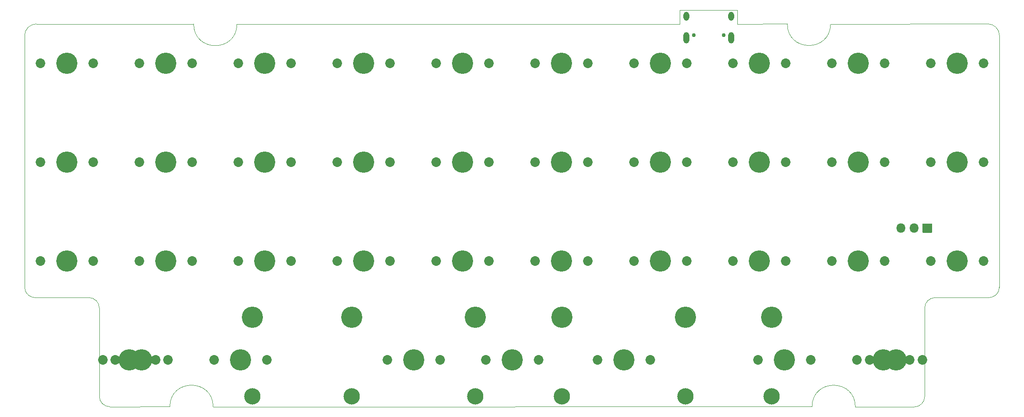
<source format=gbr>
G04 #@! TF.GenerationSoftware,KiCad,Pcbnew,(5.99.0-2555-g9cc6a77cc-dirty)*
G04 #@! TF.CreationDate,2020-09-08T07:39:34-05:00*
G04 #@! TF.ProjectId,_33,5f33332e-6b69-4636-9164-5f7063625858,rev?*
G04 #@! TF.SameCoordinates,Original*
G04 #@! TF.FileFunction,Soldermask,Top*
G04 #@! TF.FilePolarity,Negative*
%FSLAX46Y46*%
G04 Gerber Fmt 4.6, Leading zero omitted, Abs format (unit mm)*
G04 Created by KiCad (PCBNEW (5.99.0-2555-g9cc6a77cc-dirty)) date 2020-09-08 07:39:34*
%MOMM*%
%LPD*%
G01*
G04 APERTURE LIST*
G04 #@! TA.AperFunction,Profile*
%ADD10C,0.050000*%
G04 #@! TD*
G04 #@! TA.AperFunction,Profile*
%ADD11C,0.100000*%
G04 #@! TD*
%ADD12C,1.852000*%
%ADD13C,4.089800*%
%ADD14C,3.150000*%
%ADD15C,0.752000*%
%ADD16O,1.102000X2.202000*%
%ADD17O,1.102000X1.702000*%
%ADD18O,1.802000X1.802000*%
G04 APERTURE END LIST*
D10*
X241750000Y-48140000D02*
G75*
G02*
X244000199Y-50390199I0J-2250199D01*
G01*
X182420000Y-48160000D02*
X97178803Y-48212991D01*
X227600000Y-121950000D02*
X216250000Y-121940000D01*
X84250000Y-121887009D02*
X72680000Y-121910000D01*
X207910222Y-121897009D02*
G75*
G02*
X216250000Y-121940000I4169778J-42991D01*
G01*
X72680000Y-121910000D02*
G75*
G02*
X70670000Y-119900000I0J2010000D01*
G01*
X231620000Y-100890000D02*
X241980000Y-100890000D01*
X241980000Y-100890000D02*
G75*
G03*
X243990000Y-98880000I0J2010000D01*
G01*
X229610000Y-119940000D02*
X229610000Y-102900000D01*
X231620000Y-100890000D02*
G75*
G03*
X229610000Y-102900000I0J-2010000D01*
G01*
X227600000Y-121950000D02*
G75*
G03*
X229610000Y-119940000I0J2010000D01*
G01*
X56289801Y-50410000D02*
G75*
G02*
X58540000Y-48159801I2250199J0D01*
G01*
D11*
X56290000Y-98880000D02*
X56289801Y-50410000D01*
D10*
X68660000Y-100890000D02*
G75*
G02*
X70670000Y-102900000I0J-2010000D01*
G01*
X211489778Y-48182991D02*
G75*
G02*
X203150000Y-48140000I-4169778J42991D01*
G01*
X58540000Y-48159801D02*
X88839025Y-48170000D01*
X84250000Y-121887009D02*
G75*
G02*
X92589778Y-121930000I4169778J-42991D01*
G01*
D11*
X244000199Y-50390199D02*
X243990000Y-98880000D01*
D10*
X58300000Y-100890000D02*
G75*
G02*
X56290000Y-98880000I0J2010000D01*
G01*
X182420000Y-48160000D02*
X182420000Y-45500000D01*
X241750000Y-48140000D02*
X211489778Y-48182991D01*
D11*
X207910222Y-121897009D02*
X92589778Y-121930000D01*
D10*
X68660000Y-100890000D02*
X58300000Y-100890000D01*
X182420000Y-45500000D02*
X193510000Y-45500000D01*
X97178803Y-48212991D02*
G75*
G02*
X88839025Y-48170000I-4169778J42991D01*
G01*
X70670000Y-119900000D02*
X70670000Y-102900000D01*
X193510000Y-45500000D02*
X193510000Y-48160000D01*
X193510000Y-48160000D02*
X203150000Y-48140000D01*
X241750000Y-48140000D02*
G75*
G02*
X244000199Y-50390199I0J-2250199D01*
G01*
X182420000Y-48160000D02*
X97178803Y-48212991D01*
X227600000Y-121950000D02*
X216250000Y-121940000D01*
X84250000Y-121887009D02*
X72680000Y-121910000D01*
X207910222Y-121897009D02*
G75*
G02*
X216250000Y-121940000I4169778J-42991D01*
G01*
X72680000Y-121910000D02*
G75*
G02*
X70670000Y-119900000I0J2010000D01*
G01*
X231620000Y-100890000D02*
X241980000Y-100890000D01*
X241980000Y-100890000D02*
G75*
G03*
X243990000Y-98880000I0J2010000D01*
G01*
X229610000Y-119940000D02*
X229610000Y-102900000D01*
X231620000Y-100890000D02*
G75*
G03*
X229610000Y-102900000I0J-2010000D01*
G01*
X227600000Y-121950000D02*
G75*
G03*
X229610000Y-119940000I0J2010000D01*
G01*
X56289801Y-50410000D02*
G75*
G02*
X58540000Y-48159801I2250199J0D01*
G01*
D11*
X56290000Y-98880000D02*
X56289801Y-50410000D01*
D10*
X68660000Y-100890000D02*
G75*
G02*
X70670000Y-102900000I0J-2010000D01*
G01*
X211489778Y-48182991D02*
G75*
G02*
X203150000Y-48140000I-4169778J42991D01*
G01*
X58540000Y-48159801D02*
X88839025Y-48170000D01*
X84250000Y-121887009D02*
G75*
G02*
X92589778Y-121930000I4169778J-42991D01*
G01*
D11*
X244000199Y-50390199D02*
X243990000Y-98880000D01*
D10*
X58300000Y-100890000D02*
G75*
G02*
X56290000Y-98880000I0J2010000D01*
G01*
X182420000Y-48160000D02*
X182420000Y-45500000D01*
X241750000Y-48140000D02*
X211489778Y-48182991D01*
D11*
X207910222Y-121897009D02*
X92589778Y-121930000D01*
D10*
X68660000Y-100890000D02*
X58300000Y-100890000D01*
X182420000Y-45500000D02*
X193510000Y-45500000D01*
X97178803Y-48212991D02*
G75*
G02*
X88839025Y-48170000I-4169778J42991D01*
G01*
X70670000Y-119900000D02*
X70670000Y-102900000D01*
X193510000Y-45500000D02*
X193510000Y-48160000D01*
X193510000Y-48160000D02*
X203150000Y-48140000D01*
D12*
X173660000Y-74790000D03*
X183820000Y-74790000D03*
D13*
X178740000Y-74790000D03*
X216840000Y-55740000D03*
D12*
X211760000Y-55740000D03*
X221920000Y-55740000D03*
X192710000Y-93840000D03*
D13*
X197790000Y-93840000D03*
D12*
X202870000Y-93840000D03*
X164770000Y-74790000D03*
D13*
X159690000Y-74790000D03*
D12*
X154610000Y-74790000D03*
D13*
X178740000Y-55740000D03*
D12*
X173660000Y-55740000D03*
X183820000Y-55740000D03*
X126670000Y-93840000D03*
D13*
X121590000Y-93840000D03*
D12*
X116510000Y-93840000D03*
D13*
X221612025Y-112890000D03*
D12*
X226692025Y-112890000D03*
X216532025Y-112890000D03*
X202870000Y-74790000D03*
X192710000Y-74790000D03*
D13*
X197790000Y-74790000D03*
D12*
X154610000Y-55740000D03*
X164770000Y-55740000D03*
D13*
X159690000Y-55740000D03*
D12*
X164770000Y-93840000D03*
X154610000Y-93840000D03*
D13*
X159690000Y-93840000D03*
D12*
X230810000Y-74790000D03*
X240970000Y-74790000D03*
D13*
X235890000Y-74790000D03*
D12*
X107620000Y-55740000D03*
D13*
X102540000Y-55740000D03*
D12*
X97460000Y-55740000D03*
D13*
X235890000Y-93840000D03*
D12*
X230810000Y-93840000D03*
X240970000Y-93840000D03*
D13*
X216840000Y-74790000D03*
D12*
X211760000Y-74790000D03*
X221920000Y-74790000D03*
X202870000Y-55740000D03*
D13*
X197790000Y-55740000D03*
D12*
X192710000Y-55740000D03*
X88570000Y-93840000D03*
X78410000Y-93840000D03*
D13*
X83490000Y-93840000D03*
X121590000Y-74790000D03*
D12*
X126670000Y-74790000D03*
X116510000Y-74790000D03*
D13*
X140640000Y-55740000D03*
D12*
X135560000Y-55740000D03*
X145720000Y-55740000D03*
D13*
X140640000Y-93840000D03*
D12*
X145720000Y-93840000D03*
X135560000Y-93840000D03*
D13*
X140640000Y-74790000D03*
D12*
X145720000Y-74790000D03*
X135560000Y-74790000D03*
X240970000Y-55740000D03*
D13*
X235890000Y-55740000D03*
D12*
X230810000Y-55740000D03*
X97460000Y-93840000D03*
X107620000Y-93840000D03*
D13*
X102540000Y-93840000D03*
D12*
X69520000Y-74790000D03*
D13*
X64440000Y-74790000D03*
D12*
X59360000Y-74790000D03*
X126670000Y-55740000D03*
D13*
X121590000Y-55740000D03*
D12*
X116510000Y-55740000D03*
X211760000Y-93840000D03*
D13*
X216840000Y-93840000D03*
D12*
X221920000Y-93840000D03*
X97460000Y-74790000D03*
X107620000Y-74790000D03*
D13*
X102540000Y-74790000D03*
D12*
X59360000Y-55740000D03*
X69520000Y-55740000D03*
D13*
X64440000Y-55740000D03*
X64440000Y-93840000D03*
D12*
X59360000Y-93840000D03*
X69520000Y-93840000D03*
X73720000Y-112890000D03*
X83880000Y-112890000D03*
D13*
X78800000Y-112890000D03*
X83490000Y-74790000D03*
D12*
X78410000Y-74790000D03*
X88570000Y-74790000D03*
D13*
X83490000Y-55740000D03*
D12*
X88570000Y-55740000D03*
X78410000Y-55740000D03*
X173660000Y-93840000D03*
D13*
X178740000Y-93840000D03*
D12*
X183820000Y-93840000D03*
D13*
X200164900Y-104635000D03*
D12*
X145085000Y-112890000D03*
D14*
X100165100Y-119875000D03*
D13*
X150165000Y-112890000D03*
D14*
X200164900Y-119875000D03*
D13*
X100165100Y-104635000D03*
D12*
X155245000Y-112890000D03*
X136267500Y-112890000D03*
D14*
X143093750Y-119875000D03*
D13*
X143093750Y-104635000D03*
D14*
X119281250Y-119875000D03*
D13*
X119281250Y-104635000D03*
X131187500Y-112890000D03*
D12*
X126107500Y-112890000D03*
X197545000Y-112890000D03*
X207705000Y-112890000D03*
D13*
X202625000Y-112890000D03*
D12*
X92770000Y-112890000D03*
X102930000Y-112890000D03*
D13*
X97850000Y-112890000D03*
X76418750Y-112890000D03*
D12*
X81498750Y-112890000D03*
X71338750Y-112890000D03*
X166588750Y-112890000D03*
D14*
X183575000Y-119875000D03*
D12*
X176748750Y-112890000D03*
D13*
X183575000Y-104635000D03*
X171668750Y-112890000D03*
D14*
X159762500Y-119875000D03*
D13*
X159762500Y-104635000D03*
X224056250Y-112890000D03*
D12*
X229136250Y-112890000D03*
X218976250Y-112890000D03*
D15*
X185120000Y-50320000D03*
X190900000Y-50320000D03*
D16*
X183690000Y-50850000D03*
D17*
X192330000Y-46670000D03*
X183690000Y-46670000D03*
D16*
X192330000Y-50850000D03*
G36*
G01*
X230946940Y-88401000D02*
X229253060Y-88401000D01*
G75*
G02*
X229199000Y-88346940I0J54060D01*
G01*
X229199000Y-86653060D01*
G75*
G02*
X229253060Y-86599000I54060J0D01*
G01*
X230946940Y-86599000D01*
G75*
G02*
X231001000Y-86653060I0J-54060D01*
G01*
X231001000Y-88346940D01*
G75*
G02*
X230946940Y-88401000I-54060J0D01*
G01*
G37*
D18*
X227560000Y-87500000D03*
X225020000Y-87500000D03*
G36*
X80764790Y-113443163D02*
G01*
X80812094Y-113508272D01*
X80927257Y-113611965D01*
X80927875Y-113613867D01*
X80926537Y-113615353D01*
X80924778Y-113615093D01*
X80889417Y-113590516D01*
X80888718Y-113591522D01*
X80886046Y-113592094D01*
X80849397Y-113570076D01*
X80785772Y-113568967D01*
X80730050Y-113599858D01*
X80703603Y-113637212D01*
X80662751Y-113726441D01*
X80661121Y-113727599D01*
X80659303Y-113726767D01*
X80659106Y-113724795D01*
X80719691Y-113588716D01*
X80761249Y-113443788D01*
X80762688Y-113442398D01*
X80764790Y-113443163D01*
G37*
G36*
X74454059Y-113448706D02*
G01*
X74454993Y-113453099D01*
X74520811Y-113633933D01*
X74520464Y-113635903D01*
X74518585Y-113636587D01*
X74517352Y-113635843D01*
X74478135Y-113585285D01*
X74419218Y-113561241D01*
X74356093Y-113569888D01*
X74318854Y-113594256D01*
X74291114Y-113620673D01*
X74290807Y-113620914D01*
X74279570Y-113628045D01*
X74277571Y-113628128D01*
X74276500Y-113626440D01*
X74277160Y-113624870D01*
X74406656Y-113508272D01*
X74450485Y-113447946D01*
X74452312Y-113447133D01*
X74454059Y-113448706D01*
G37*
G36*
X80704171Y-112146748D02*
G01*
X80741780Y-112194199D01*
X80800946Y-112217625D01*
X80863980Y-112208316D01*
X80901263Y-112183263D01*
X80917488Y-112167374D01*
X80917792Y-112167129D01*
X80934368Y-112156282D01*
X80936365Y-112156171D01*
X80937460Y-112157844D01*
X80936801Y-112159442D01*
X80812094Y-112271728D01*
X80764790Y-112336837D01*
X80762963Y-112337650D01*
X80761249Y-112336212D01*
X80719691Y-112191284D01*
X80700777Y-112148803D01*
X80700986Y-112146814D01*
X80702813Y-112146001D01*
X80704171Y-112146748D01*
G37*
G36*
X74527624Y-112124771D02*
G01*
X74527885Y-112126631D01*
X74454993Y-112326901D01*
X74454059Y-112331294D01*
X74452721Y-112332780D01*
X74450485Y-112332054D01*
X74406656Y-112271728D01*
X74286725Y-112163742D01*
X74286107Y-112161840D01*
X74287445Y-112160354D01*
X74289181Y-112160598D01*
X74310992Y-112175310D01*
X74311293Y-112175559D01*
X74316013Y-112180311D01*
X74371247Y-112212459D01*
X74434877Y-112212681D01*
X74490167Y-112181016D01*
X74515918Y-112143689D01*
X74524179Y-112125134D01*
X74525797Y-112123958D01*
X74527624Y-112124771D01*
G37*
M02*

</source>
